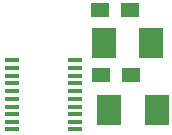
<source format=gtp>
G04 #@! TF.FileFunction,Paste,Top*
%FSLAX46Y46*%
G04 Gerber Fmt 4.6, Leading zero omitted, Abs format (unit mm)*
G04 Created by KiCad (PCBNEW 4.0.1-stable) date 5/28/2016 10:09:10 PM*
%MOMM*%
G01*
G04 APERTURE LIST*
%ADD10C,0.100000*%
%ADD11R,1.500000X1.250000*%
%ADD12R,2.000000X2.500000*%
%ADD13R,1.270000X0.406400*%
G04 APERTURE END LIST*
D10*
D11*
X142750000Y-99220000D03*
X145250000Y-99220000D03*
D12*
X143030000Y-101980000D03*
X147030000Y-101980000D03*
D11*
X142820000Y-104750000D03*
X145320000Y-104750000D03*
D12*
X143530000Y-107720000D03*
X147530000Y-107720000D03*
D13*
X135243000Y-103479000D03*
X135243000Y-104114000D03*
X135243000Y-104774400D03*
X135243000Y-105434800D03*
X135243000Y-106069800D03*
X135243000Y-106730200D03*
X135243000Y-107390600D03*
X135243000Y-108025600D03*
X135243000Y-108686000D03*
X135243000Y-109321000D03*
X140577000Y-109321000D03*
X140577000Y-108686000D03*
X140577000Y-108025600D03*
X140577000Y-107390600D03*
X140577000Y-106730200D03*
X140577000Y-106069800D03*
X140577000Y-105434800D03*
X140577000Y-104774400D03*
X140577000Y-104114000D03*
X140577000Y-103479000D03*
M02*

</source>
